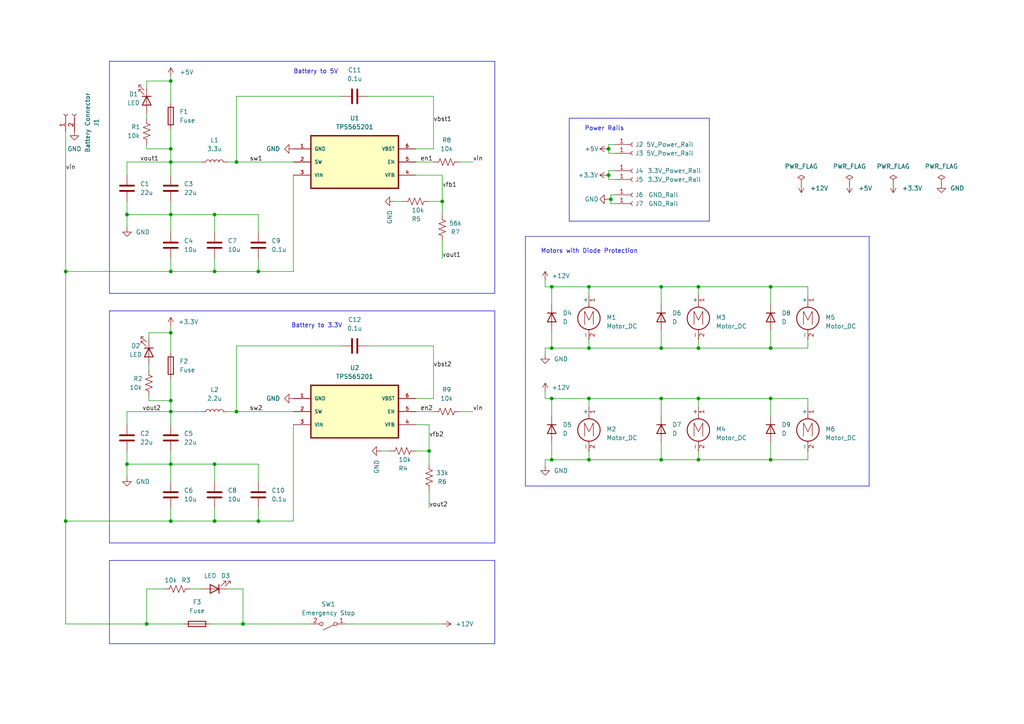
<source format=kicad_sch>
(kicad_sch (version 20211123) (generator eeschema)
  (paper "A4")
  (lib_symbols
    (symbol "Connector:Conn_01x01_Female" (pin_names (offset 1.016) hide)
      (property "Reference" "J" (at 0 2.54 0))
      (property "Value" "Conn_01x01_Female" (at 0 -2.54 0))
      (symbol "Conn_01x01_Female_1_1"
        (polyline (pts (xy -1.27 0) (xy -0.508 0)) (stroke (width 0.1524)))
        (arc (start 0 0.508) (mid -0.508 0) (end 0 -0.508) (stroke (width 0.1524)))
        (pin passive line (at -5.08 0 0) (length 3.81) (name "Pin_1") (number "1"))
      )
    )
    (symbol "Connector:Conn_01x02_Female" (pin_names (offset 1.016) hide)
      (property "Reference" "J" (at 0 2.54 0))
      (property "Value" "Conn_01x02_Female" (at 0 -5.08 0))
      (symbol "Conn_01x02_Female_1_1"
        (arc (start 0 -2.032) (mid -0.508 -2.54) (end 0 -3.048) (stroke (width 0.1524)))
        (polyline (pts (xy -1.27 -2.54) (xy -0.508 -2.54)) (stroke (width 0.1524)))
        (polyline (pts (xy -1.27 0) (xy -0.508 0)) (stroke (width 0.1524)))
        (arc (start 0 0.508) (mid -0.508 0) (end 0 -0.508) (stroke (width 0.1524)))
        (pin passive line (at -5.08 0 0) (length 3.81) (name "Pin_1") (number "1"))
        (pin passive line (at -5.08 -2.54 0) (length 3.81) (name "Pin_2") (number "2"))
      )
    )
    (symbol "Device:C" (pin_numbers hide) (pin_names (offset 0.254))
      (property "Reference" "C" (at 0.635 2.54 0))
      (property "Value" "C" (at 0.635 -2.54 0))
      (symbol "C_0_1"
        (polyline (pts (xy -2.032 -0.762) (xy 2.032 -0.762)) (stroke (width 0.508)))
        (polyline (pts (xy -2.032 0.762) (xy 2.032 0.762)) (stroke (width 0.508)))
      )
      (symbol "C_1_1"
        (pin passive line (at 0 3.81 270) (length 2.794) (name "~") (number "1"))
        (pin passive line (at 0 -3.81 90) (length 2.794) (name "~") (number "2"))
      )
    )
    (symbol "Device:D" (pin_numbers hide) (pin_names (offset 1.016) hide)
      (property "Reference" "D" (at 0 2.54 0))
      (property "Value" "D" (at 0 -2.54 0))
      (symbol "D_0_1"
        (polyline (pts (xy -1.27 1.27) (xy -1.27 -1.27)) (stroke (width 0.254)))
        (polyline (pts (xy 1.27 0) (xy -1.27 0)))
        (polyline (pts (xy 1.27 1.27) (xy 1.27 -1.27) (xy -1.27 0) (xy 1.27 1.27)) (stroke (width 0.254)))
      )
      (symbol "D_1_1"
        (pin passive line (at -3.81 0 0) (length 2.54) (name "K") (number "1"))
        (pin passive line (at 3.81 0 180) (length 2.54) (name "A") (number "2"))
      )
    )
    (symbol "Device:Fuse" (pin_numbers hide) (pin_names (offset 0))
      (property "Reference" "F" (at 2.032 0 90))
      (property "Value" "Fuse" (at -1.905 0 90))
      (symbol "Fuse_0_1"
        (rectangle (start -0.762 -2.54) (end 0.762 2.54) (stroke (width 0.254)))
        (polyline (pts (xy 0 2.54) (xy 0 -2.54)))
      )
      (symbol "Fuse_1_1"
        (pin passive line (at 0 3.81 270) (length 1.27) (name "~") (number "1"))
        (pin passive line (at 0 -3.81 90) (length 1.27) (name "~") (number "2"))
      )
    )
    (symbol "Device:L" (pin_numbers hide) (pin_names (offset 1.016) hide)
      (property "Reference" "L" (at -1.27 0 90))
      (property "Value" "L" (at 1.905 0 90))
      (symbol "L_0_1"
        (arc (start 0 -2.54) (mid 0.635 -1.905) (end 0 -1.27))
        (arc (start 0 -1.27) (mid 0.635 -0.635) (end 0 0))
        (arc (start 0 0) (mid 0.635 0.635) (end 0 1.27))
        (arc (start 0 1.27) (mid 0.635 1.905) (end 0 2.54))
      )
      (symbol "L_1_1"
        (pin passive line (at 0 3.81 270) (length 1.27) (name "1") (number "1"))
        (pin passive line (at 0 -3.81 90) (length 1.27) (name "2") (number "2"))
      )
    )
    (symbol "Device:LED" (pin_numbers hide) (pin_names (offset 1.016) hide)
      (property "Reference" "D" (at 0 2.54 0))
      (property "Value" "LED" (at 0 -2.54 0))
      (symbol "LED_0_1"
        (polyline (pts (xy -1.27 -1.27) (xy -1.27 1.27)) (stroke (width 0.254)))
        (polyline (pts (xy -1.27 0) (xy 1.27 0)))
        (polyline (pts (xy 1.27 -1.27) (xy 1.27 1.27) (xy -1.27 0) (xy 1.27 -1.27)) (stroke (width 0.254)))
        (polyline (pts (xy -3.048 -0.762) (xy -4.572 -2.286) (xy -3.81 -2.286) (xy -4.572 -2.286) (xy -4.572 -1.524)))
        (polyline (pts (xy -1.778 -0.762) (xy -3.302 -2.286) (xy -2.54 -2.286) (xy -3.302 -2.286) (xy -3.302 -1.524)))
      )
      (symbol "LED_1_1"
        (pin passive line (at -3.81 0 0) (length 2.54) (name "K") (number "1"))
        (pin passive line (at 3.81 0 180) (length 2.54) (name "A") (number "2"))
      )
    )
    (symbol "Device:R_US" (pin_numbers hide) (pin_names (offset 0))
      (property "Reference" "R" (at 2.54 0 90))
      (property "Value" "R_US" (at -2.54 0 90))
      (symbol "R_US_0_1"
        (polyline (pts (xy 0 -2.286) (xy 0 -2.54)))
        (polyline (pts (xy 0 2.286) (xy 0 2.54)))
        (polyline (pts (xy 0 -0.762) (xy 1.016 -1.143) (xy 0 -1.524) (xy -1.016 -1.905) (xy 0 -2.286)))
        (polyline (pts (xy 0 0.762) (xy 1.016 0.381) (xy 0 0) (xy -1.016 -0.381) (xy 0 -0.762)))
        (polyline (pts (xy 0 2.286) (xy 1.016 1.905) (xy 0 1.524) (xy -1.016 1.143) (xy 0 0.762)))
      )
      (symbol "R_US_1_1"
        (pin passive line (at 0 3.81 270) (length 1.27) (name "~") (number "1"))
        (pin passive line (at 0 -3.81 90) (length 1.27) (name "~") (number "2"))
      )
    )
    (symbol "Motor:Motor_DC" (pin_names (offset 0))
      (property "Reference" "M" (at 2.54 2.54 0))
      (property "Value" "Motor_DC" (at 2.54 -5.08 0))
      (symbol "Motor_DC_0_0"
        (polyline (pts (xy -1.27 -3.302) (xy -1.27 0.508) (xy 0 -2.032) (xy 1.27 0.508) (xy 1.27 -3.302)))
      )
      (symbol "Motor_DC_0_1"
        (circle (center 0 -1.524) (radius 3.2512) (stroke (width 0.254)))
        (polyline (pts (xy 0 -7.62) (xy 0 -7.112)))
        (polyline (pts (xy 0 -4.7752) (xy 0 -5.1816)))
        (polyline (pts (xy 0 1.7272) (xy 0 2.0828)))
        (polyline (pts (xy 0 2.032) (xy 0 2.54)))
      )
      (symbol "Motor_DC_1_1"
        (pin passive line (at 0 5.08 270) (length 2.54) (name "+") (number "1"))
        (pin passive line (at 0 -7.62 90) (length 2.54) (name "-") (number "2"))
      )
    )
    (symbol "Switch:SW_SPST" (pin_names (offset 0) hide)
      (property "Reference" "SW" (at 0 3.175 0))
      (property "Value" "SW_SPST" (at 0 -2.54 0))
      (symbol "SW_SPST_0_0"
        (circle (center -2.032 0) (radius 0.508))
        (polyline (pts (xy -1.524 0.254) (xy 1.524 1.778)))
        (circle (center 2.032 0) (radius 0.508))
      )
      (symbol "SW_SPST_1_1"
        (pin passive line (at -5.08 0 0) (length 2.54) (name "A") (number "1"))
        (pin passive line (at 5.08 0 180) (length 2.54) (name "B") (number "2"))
      )
    )
    (symbol "TPS565201DDCR:TPS565201" (pin_names (offset 1.016))
      (property "Reference" "U?" (at -12.7 11.1506 0))
      (property "Value" "TPS565201" (at -5.08 -8.89 0))
      (symbol "TPS565201_0_0"
        (rectangle (start -12.7 10.16) (end 12.7 -5.08) (stroke (width 0.4064)) (fill (type background)))
        (pin power_in line (at -17.78 6.35 0) (length 5.08) (name "GND") (number "1"))
        (pin bidirectional line (at -17.78 2.54 0) (length 5.08) (name "SW") (number "2"))
        (pin bidirectional line (at -17.78 -1.27 0) (length 5.08) (name "VIN") (number "3"))
        (pin bidirectional line (at 17.78 -1.27 180) (length 5.08) (name "VFB") (number "4"))
        (pin bidirectional line (at 17.78 2.54 180) (length 5.08) (name "EN") (number "5"))
        (pin bidirectional line (at 17.78 6.35 180) (length 5.08) (name "VBST") (number "6"))
      )
    )
    (symbol "power:+12V" (power) (pin_names (offset 0))
      (property "Value" "+12V" (at 0 3.556 0))
      (symbol "+12V_0_1"
        (polyline (pts (xy -0.762 1.27) (xy 0 2.54)))
        (polyline (pts (xy 0 0) (xy 0 2.54)))
        (polyline (pts (xy 0 2.54) (xy 0.762 1.27)))
      )
      (symbol "+12V_1_1"
        (pin power_in line (at 0 0 90) (length 0) hide (name "+12V") (number "1"))
      )
    )
    (symbol "power:+3.3V" (power) (pin_names (offset 0))
      (property "Value" "+3.3V" (at 0 3.556 0))
      (symbol "+3.3V_0_1"
        (polyline (pts (xy -0.762 1.27) (xy 0 2.54)))
        (polyline (pts (xy 0 0) (xy 0 2.54)))
        (polyline (pts (xy 0 2.54) (xy 0.762 1.27)))
      )
      (symbol "+3.3V_1_1"
        (pin power_in line (at 0 0 90) (length 0) hide (name "+3.3V") (number "1"))
      )
    )
    (symbol "power:+5V" (power) (pin_names (offset 0))
      (property "Value" "+5V" (at 0 3.556 0))
      (symbol "+5V_0_1"
        (polyline (pts (xy -0.762 1.27) (xy 0 2.54)))
        (polyline (pts (xy 0 0) (xy 0 2.54)))
        (polyline (pts (xy 0 2.54) (xy 0.762 1.27)))
      )
      (symbol "+5V_1_1"
        (pin power_in line (at 0 0 90) (length 0) hide (name "+5V") (number "1"))
      )
    )
    (symbol "power:GND" (power) (pin_names (offset 0))
      (property "Value" "GND" (at 0 -3.81 0))
      (symbol "GND_0_1"
        (polyline (pts (xy 0 0) (xy 0 -1.27) (xy 1.27 -1.27) (xy 0 -2.54) (xy -1.27 -1.27) (xy 0 -1.27)))
      )
      (symbol "GND_1_1"
        (pin power_in line (at 0 0 270) (length 0) hide (name "GND") (number "1"))
      )
    )
    (symbol "power:PWR_FLAG" (power) (pin_numbers hide) (pin_names (offset 0) hide)
      (property "Value" "PWR_FLAG" (at 0 3.81 0))
      (symbol "PWR_FLAG_0_0"
        (pin power_out line (at 0 0 90) (length 0) (name "pwr") (number "1"))
      )
      (symbol "PWR_FLAG_0_1"
        (polyline (pts (xy 0 0) (xy 0 1.27) (xy -1.016 1.905) (xy 0 2.54) (xy 1.016 1.905) (xy 0 1.27)))
      )
    )
  )
  (junction (at 74.93 78.74))
  (junction (at 74.93 151.13))
  (junction (at 223.52 133.35))
  (junction (at 170.815 83.185))
  (junction (at 36.83 62.23))
  (junction (at 49.53 46.99))
  (junction (at 62.23 151.13))
  (junction (at 177.165 57.785))
  (junction (at 62.23 62.23))
  (junction (at 170.815 115.57))
  (junction (at 191.77 100.965))
  (junction (at 49.53 119.38))
  (junction (at 223.52 100.965))
  (junction (at 124.46 130.81))
  (junction (at 202.565 83.185))
  (junction (at 42.545 180.975))
  (junction (at 223.52 83.185))
  (junction (at 62.23 134.62))
  (junction (at 223.52 115.57))
  (junction (at 170.815 100.965))
  (junction (at 202.565 100.965))
  (junction (at 191.77 133.35))
  (junction (at 191.77 115.57))
  (junction (at 170.815 133.35))
  (junction (at 49.53 96.52))
  (junction (at 176.53 50.8))
  (junction (at 49.53 43.18))
  (junction (at 36.83 134.62))
  (junction (at 191.77 83.185))
  (junction (at 128.27 58.42))
  (junction (at 49.53 23.495))
  (junction (at 49.53 78.74))
  (junction (at 160.02 133.35))
  (junction (at 160.02 83.185))
  (junction (at 160.02 115.57))
  (junction (at 176.53 43.18))
  (junction (at 202.565 115.57))
  (junction (at 49.53 62.23))
  (junction (at 68.58 46.99))
  (junction (at 49.53 116.205))
  (junction (at 19.05 151.13))
  (junction (at 68.58 119.38))
  (junction (at 160.02 100.965))
  (junction (at 62.23 78.74))
  (junction (at 19.05 78.74))
  (junction (at 202.565 133.35))
  (junction (at 49.53 151.13))
  (junction (at 70.485 180.975))
  (junction (at 49.53 134.62))
  (wire (pts (xy 176.53 49.53) (xy 176.53 50.8)))
  (polyline (pts (xy 205.74 64.135) (xy 165.1 64.135)) (stroke (width 0) (type solid)))
  (wire (pts (xy 66.04 46.99) (xy 68.58 46.99)))
  (wire (pts (xy 42.545 25.4) (xy 42.545 23.495)))
  (polyline (pts (xy 205.74 34.29) (xy 205.74 64.135)) (stroke (width 0) (type solid)))
  (wire (pts (xy 158.115 100.965) (xy 160.02 100.965)))
  (wire (pts (xy 55.245 170.815) (xy 58.42 170.815)))
  (wire (pts (xy 158.115 102.87) (xy 158.115 100.965)))
  (wire (pts (xy 125.73 43.18) (xy 120.65 43.18)))
  (wire (pts (xy 85.09 78.74) (xy 74.93 78.74)))
  (wire (pts (xy 36.83 46.99) (xy 49.53 46.99)))
  (wire (pts (xy 120.65 46.99) (xy 125.73 46.99)))
  (wire (pts (xy 124.46 130.81) (xy 124.46 134.62)))
  (wire (pts (xy 49.53 62.23) (xy 49.53 58.42)))
  (wire (pts (xy 43.18 116.205) (xy 49.53 116.205)))
  (wire (pts (xy 133.35 119.38) (xy 137.16 119.38)))
  (polyline (pts (xy 252.095 140.97) (xy 152.4 140.97)) (stroke (width 0) (type solid)))
  (wire (pts (xy 49.53 94.615) (xy 49.53 96.52)))
  (wire (pts (xy 42.545 34.29) (xy 42.545 33.02)))
  (wire (pts (xy 124.46 142.24) (xy 124.46 147.32)))
  (wire (pts (xy 49.53 96.52) (xy 49.53 102.235)))
  (wire (pts (xy 170.815 98.425) (xy 170.815 100.965)))
  (wire (pts (xy 124.46 123.19) (xy 124.46 130.81)))
  (wire (pts (xy 178.435 59.055) (xy 177.165 59.055)))
  (wire (pts (xy 19.05 38.1) (xy 19.05 78.74)))
  (wire (pts (xy 19.05 78.74) (xy 49.53 78.74)))
  (polyline (pts (xy 31.75 162.56) (xy 31.75 186.69)) (stroke (width 0) (type solid)))
  (wire (pts (xy 202.565 83.185) (xy 202.565 85.725)))
  (wire (pts (xy 160.02 88.265) (xy 160.02 83.185)))
  (wire (pts (xy 191.77 95.885) (xy 191.77 100.965)))
  (polyline (pts (xy 31.75 186.69) (xy 143.51 186.69)) (stroke (width 0) (type solid)))
  (polyline (pts (xy 143.51 17.78) (xy 31.75 17.78)) (stroke (width 0) (type solid)))
  (wire (pts (xy 223.52 128.27) (xy 223.52 133.35)))
  (wire (pts (xy 62.23 78.74) (xy 74.93 78.74)))
  (wire (pts (xy 19.05 78.74) (xy 19.05 151.13)))
  (wire (pts (xy 234.315 98.425) (xy 234.315 100.965)))
  (wire (pts (xy 62.23 139.7) (xy 62.23 134.62)))
  (wire (pts (xy 234.315 130.81) (xy 234.315 133.35)))
  (wire (pts (xy 202.565 130.81) (xy 202.565 133.35)))
  (wire (pts (xy 170.815 83.185) (xy 191.77 83.185)))
  (wire (pts (xy 99.06 27.94) (xy 68.58 27.94)))
  (wire (pts (xy 128.27 50.8) (xy 128.27 58.42)))
  (wire (pts (xy 176.53 44.45) (xy 176.53 43.18)))
  (wire (pts (xy 202.565 83.185) (xy 223.52 83.185)))
  (wire (pts (xy 36.83 134.62) (xy 36.83 138.43)))
  (wire (pts (xy 160.02 128.27) (xy 160.02 133.35)))
  (wire (pts (xy 223.52 100.965) (xy 234.315 100.965)))
  (wire (pts (xy 49.53 147.32) (xy 49.53 151.13)))
  (wire (pts (xy 85.09 50.8) (xy 85.09 78.74)))
  (wire (pts (xy 60.96 180.975) (xy 70.485 180.975)))
  (wire (pts (xy 113.03 130.81) (xy 110.49 130.81)))
  (wire (pts (xy 202.565 133.35) (xy 223.52 133.35)))
  (wire (pts (xy 36.83 134.62) (xy 49.53 134.62)))
  (wire (pts (xy 176.53 50.8) (xy 176.53 52.07)))
  (wire (pts (xy 58.42 119.38) (xy 49.53 119.38)))
  (wire (pts (xy 70.485 180.975) (xy 90.17 180.975)))
  (wire (pts (xy 43.18 114.935) (xy 43.18 116.205)))
  (wire (pts (xy 62.23 151.13) (xy 74.93 151.13)))
  (wire (pts (xy 74.93 67.31) (xy 74.93 62.23)))
  (wire (pts (xy 49.53 78.74) (xy 62.23 78.74)))
  (wire (pts (xy 125.73 115.57) (xy 120.65 115.57)))
  (wire (pts (xy 160.02 83.185) (xy 170.815 83.185)))
  (wire (pts (xy 125.73 27.94) (xy 125.73 43.18)))
  (wire (pts (xy 191.77 120.65) (xy 191.77 115.57)))
  (wire (pts (xy 42.545 43.18) (xy 49.53 43.18)))
  (wire (pts (xy 49.53 23.495) (xy 49.53 29.845)))
  (wire (pts (xy 128.27 69.85) (xy 128.27 74.93)))
  (wire (pts (xy 120.65 123.19) (xy 124.46 123.19)))
  (polyline (pts (xy 152.4 68.58) (xy 252.095 68.58)) (stroke (width 0) (type solid)))
  (wire (pts (xy 19.05 151.13) (xy 19.05 180.975)))
  (polyline (pts (xy 165.1 34.29) (xy 205.74 34.29)) (stroke (width 0) (type solid)))
  (wire (pts (xy 170.815 133.35) (xy 191.77 133.35)))
  (wire (pts (xy 178.435 49.53) (xy 176.53 49.53)))
  (wire (pts (xy 178.435 52.07) (xy 176.53 52.07)))
  (wire (pts (xy 158.115 83.185) (xy 160.02 83.185)))
  (wire (pts (xy 68.58 119.38) (xy 85.09 119.38)))
  (wire (pts (xy 42.545 41.91) (xy 42.545 43.18)))
  (wire (pts (xy 85.09 151.13) (xy 74.93 151.13)))
  (polyline (pts (xy 31.75 17.78) (xy 31.75 85.09)) (stroke (width 0) (type solid)))
  (wire (pts (xy 42.545 180.975) (xy 19.05 180.975)))
  (wire (pts (xy 68.58 27.94) (xy 68.58 46.99)))
  (wire (pts (xy 74.93 62.23) (xy 62.23 62.23)))
  (wire (pts (xy 49.53 62.23) (xy 62.23 62.23)))
  (wire (pts (xy 36.83 58.42) (xy 36.83 62.23)))
  (wire (pts (xy 176.53 57.785) (xy 177.165 57.785)))
  (wire (pts (xy 62.23 147.32) (xy 62.23 151.13)))
  (wire (pts (xy 47.625 170.815) (xy 42.545 170.815)))
  (wire (pts (xy 49.53 134.62) (xy 62.23 134.62)))
  (wire (pts (xy 128.27 58.42) (xy 128.27 62.23)))
  (wire (pts (xy 170.815 115.57) (xy 191.77 115.57)))
  (wire (pts (xy 178.435 56.515) (xy 177.165 56.515)))
  (wire (pts (xy 70.485 170.815) (xy 70.485 180.975)))
  (wire (pts (xy 170.815 130.81) (xy 170.815 133.35)))
  (wire (pts (xy 191.77 100.965) (xy 202.565 100.965)))
  (wire (pts (xy 106.68 100.33) (xy 125.73 100.33)))
  (wire (pts (xy 66.04 119.38) (xy 68.58 119.38)))
  (wire (pts (xy 68.58 100.33) (xy 68.58 119.38)))
  (wire (pts (xy 191.77 128.27) (xy 191.77 133.35)))
  (wire (pts (xy 120.65 50.8) (xy 128.27 50.8)))
  (wire (pts (xy 74.93 139.7) (xy 74.93 134.62)))
  (wire (pts (xy 49.53 109.855) (xy 49.53 116.205)))
  (wire (pts (xy 202.565 98.425) (xy 202.565 100.965)))
  (wire (pts (xy 49.53 37.465) (xy 49.53 43.18)))
  (wire (pts (xy 223.52 83.185) (xy 234.315 83.185)))
  (wire (pts (xy 177.165 56.515) (xy 177.165 57.785)))
  (wire (pts (xy 49.53 62.23) (xy 49.53 67.31)))
  (wire (pts (xy 191.77 83.185) (xy 202.565 83.185)))
  (polyline (pts (xy 143.51 85.09) (xy 143.51 17.78)) (stroke (width 0) (type solid)))
  (wire (pts (xy 170.815 83.185) (xy 170.815 85.725)))
  (wire (pts (xy 170.815 115.57) (xy 170.815 118.11)))
  (polyline (pts (xy 143.51 90.17) (xy 31.75 90.17)) (stroke (width 0) (type solid)))
  (wire (pts (xy 68.58 46.99) (xy 85.09 46.99)))
  (wire (pts (xy 85.09 123.19) (xy 85.09 151.13)))
  (wire (pts (xy 42.545 23.495) (xy 49.53 23.495)))
  (wire (pts (xy 49.53 134.62) (xy 49.53 130.81)))
  (wire (pts (xy 223.52 95.885) (xy 223.52 100.965)))
  (wire (pts (xy 202.565 100.965) (xy 223.52 100.965)))
  (wire (pts (xy 160.02 100.965) (xy 170.815 100.965)))
  (wire (pts (xy 234.315 115.57) (xy 234.315 118.11)))
  (wire (pts (xy 234.315 83.185) (xy 234.315 85.725)))
  (wire (pts (xy 223.52 133.35) (xy 234.315 133.35)))
  (wire (pts (xy 106.68 27.94) (xy 125.73 27.94)))
  (wire (pts (xy 99.06 100.33) (xy 68.58 100.33)))
  (wire (pts (xy 191.77 133.35) (xy 202.565 133.35)))
  (wire (pts (xy 36.83 62.23) (xy 49.53 62.23)))
  (wire (pts (xy 158.115 133.35) (xy 160.02 133.35)))
  (polyline (pts (xy 31.75 157.48) (xy 143.51 157.48)) (stroke (width 0) (type solid)))
  (wire (pts (xy 49.53 22.225) (xy 49.53 23.495)))
  (wire (pts (xy 66.04 170.815) (xy 70.485 170.815)))
  (wire (pts (xy 42.545 170.815) (xy 42.545 180.975)))
  (wire (pts (xy 158.115 135.255) (xy 158.115 133.35)))
  (wire (pts (xy 36.83 130.81) (xy 36.83 134.62)))
  (wire (pts (xy 133.35 46.99) (xy 137.16 46.99)))
  (wire (pts (xy 160.02 133.35) (xy 170.815 133.35)))
  (wire (pts (xy 43.18 96.52) (xy 49.53 96.52)))
  (wire (pts (xy 36.83 62.23) (xy 36.83 66.04)))
  (wire (pts (xy 114.3 58.42) (xy 116.84 58.42)))
  (wire (pts (xy 43.18 98.425) (xy 43.18 96.52)))
  (wire (pts (xy 19.05 151.13) (xy 49.53 151.13)))
  (wire (pts (xy 120.65 119.38) (xy 125.73 119.38)))
  (wire (pts (xy 158.115 115.57) (xy 160.02 115.57)))
  (wire (pts (xy 160.02 120.65) (xy 160.02 115.57)))
  (wire (pts (xy 125.73 100.33) (xy 125.73 115.57)))
  (wire (pts (xy 158.115 113.665) (xy 158.115 115.57)))
  (wire (pts (xy 176.53 43.18) (xy 176.53 41.91)))
  (wire (pts (xy 223.52 120.65) (xy 223.52 115.57)))
  (wire (pts (xy 191.77 88.265) (xy 191.77 83.185)))
  (wire (pts (xy 160.02 95.885) (xy 160.02 100.965)))
  (polyline (pts (xy 143.51 157.48) (xy 143.51 90.17)) (stroke (width 0) (type solid)))
  (wire (pts (xy 43.18 107.315) (xy 43.18 106.045)))
  (wire (pts (xy 58.42 46.99) (xy 49.53 46.99)))
  (polyline (pts (xy 31.75 90.17) (xy 31.75 157.48)) (stroke (width 0) (type solid)))
  (wire (pts (xy 49.53 151.13) (xy 62.23 151.13)))
  (wire (pts (xy 49.53 46.99) (xy 49.53 50.8)))
  (polyline (pts (xy 31.75 85.09) (xy 143.51 85.09)) (stroke (width 0) (type solid)))
  (wire (pts (xy 36.83 119.38) (xy 49.53 119.38)))
  (wire (pts (xy 223.52 88.265) (xy 223.52 83.185)))
  (wire (pts (xy 49.53 116.205) (xy 49.53 119.38)))
  (wire (pts (xy 177.165 57.785) (xy 177.165 59.055)))
  (wire (pts (xy 62.23 74.93) (xy 62.23 78.74)))
  (polyline (pts (xy 165.1 34.29) (xy 165.1 64.135)) (stroke (width 0) (type solid)))
  (wire (pts (xy 202.565 115.57) (xy 223.52 115.57)))
  (wire (pts (xy 62.23 67.31) (xy 62.23 62.23)))
  (wire (pts (xy 49.53 43.18) (xy 49.53 46.99)))
  (wire (pts (xy 170.815 100.965) (xy 191.77 100.965)))
  (wire (pts (xy 223.52 115.57) (xy 234.315 115.57)))
  (polyline (pts (xy 252.095 68.58) (xy 252.095 140.97)) (stroke (width 0) (type solid)))
  (wire (pts (xy 158.115 81.28) (xy 158.115 83.185)))
  (wire (pts (xy 53.34 180.975) (xy 42.545 180.975)))
  (polyline (pts (xy 143.51 186.69) (xy 143.51 162.56)) (stroke (width 0) (type solid)))
  (wire (pts (xy 128.27 58.42) (xy 124.46 58.42)))
  (wire (pts (xy 74.93 134.62) (xy 62.23 134.62)))
  (wire (pts (xy 160.02 115.57) (xy 170.815 115.57)))
  (polyline (pts (xy 143.51 162.56) (xy 31.75 162.56)) (stroke (width 0) (type solid)))
  (wire (pts (xy 178.435 44.45) (xy 176.53 44.45)))
  (wire (pts (xy 191.77 115.57) (xy 202.565 115.57)))
  (wire (pts (xy 202.565 115.57) (xy 202.565 118.11)))
  (wire (pts (xy 36.83 119.38) (xy 36.83 123.19)))
  (wire (pts (xy 49.53 134.62) (xy 49.53 139.7)))
  (wire (pts (xy 74.93 151.13) (xy 74.93 147.32)))
  (wire (pts (xy 124.46 130.81) (xy 120.65 130.81)))
  (wire (pts (xy 178.435 41.91) (xy 176.53 41.91)))
  (wire (pts (xy 49.53 74.93) (xy 49.53 78.74)))
  (wire (pts (xy 100.33 180.975) (xy 128.27 180.975)))
  (wire (pts (xy 74.93 78.74) (xy 74.93 74.93)))
  (wire (pts (xy 36.83 46.99) (xy 36.83 50.8)))
  (wire (pts (xy 49.53 119.38) (xy 49.53 123.19)))
  (polyline (pts (xy 152.4 68.58) (xy 152.4 140.97)) (stroke (width 0) (type solid)))
  (text "Motors with Diode Protection" (at 156.845 73.66 0) (effects (font (size 1.27 1.27)) (justify left bottom)))
  (text "Battery to 5V" (at 85.09 21.59 0) (effects (font (size 1.27 1.27)) (justify left bottom)))
  (text "Battery to 3.3V" (at 84.455 95.25 0) (effects (font (size 1.27 1.27)) (justify left bottom)))
  (text "Power Rails" (at 169.545 38.1 0) (effects (font (size 1.27 1.27)) (justify left bottom)))
  (label "sw1" (at 72.39 46.99 0))
  (label "vout1" (at 40.64 46.99 0))
  (label "vout2" (at 124.46 147.32 0))
  (label "sw2" (at 72.39 119.38 0))
  (label "vbst1" (at 125.73 35.56 0))
  (label "vout2" (at 41.275 119.38 0))
  (label "en1" (at 121.92 46.99 0))
  (label "vbst2" (at 125.73 106.68 0))
  (label "vin" (at 19.05 49.53 0))
  (label "vin" (at 137.16 46.99 0))
  (label "vfb2" (at 124.46 127 0))
  (label "en2" (at 121.92 119.38 0))
  (label "vin" (at 137.16 119.38 0))
  (label "vfb1" (at 128.27 54.61 0))
  (label "vout1" (at 128.27 74.93 0))
  (symbol (lib_id "Device:L") (at 62.23 119.38 90) (unit 1)
    (property "Reference" "L2" (at 62.23 113.03 90))
    (property "Value" "2.2u" (at 62.23 115.57 90))
    (property "Footprint" "Resistor_SMD:R_1206_3216Metric_Pad1.30x1.75mm_HandSolder" (effects hide))
  )
  (symbol (lib_id "power:GND") (at 158.115 102.87 0) (unit 1)
    (property "Reference" "#PWR012" (effects hide))
    (property "Value" "GND" (at 160.655 104.1399 0) (effects (justify left)))
  )
  (symbol (lib_id "power:GND") (at 158.115 135.255 0) (unit 1)
    (property "Reference" "#PWR014" (effects hide))
    (property "Value" "GND" (at 160.655 136.5249 0) (effects (justify left)))
  )
  (symbol (lib_id "power:PWR_FLAG") (at 259.08 53.34 0) (unit 1)
    (property "Reference" "#FLG03" (effects hide))
    (property "Value" "PWR_FLAG" (at 259.08 48.26 0))
  )
  (symbol (lib_id "Device:C") (at 74.93 143.51 0) (unit 1)
    (property "Reference" "C10" (at 78.74 142.2399 0) (effects (justify left)))
    (property "Value" "0.1u" (at 78.74 144.7799 0) (effects (justify left)))
    (property "Footprint" "Capacitor_SMD:C_1206_3216Metric_Pad1.33x1.80mm_HandSolder" (effects hide))
  )
  (symbol (lib_id "Motor:Motor_DC") (at 202.565 90.805 0) (unit 1)
    (property "Reference" "M3" (at 207.645 92.0749 0) (effects (justify left)))
    (property "Value" "Motor_DC" (at 207.645 94.6149 0) (effects (justify left)))
    (property "Footprint" "Power_Dist:Molex_Screw_Term_0397730002" (effects hide))
  )
  (symbol (lib_id "Device:C") (at 49.53 54.61 0) (unit 1)
    (property "Reference" "C3" (at 53.34 53.3399 0) (effects (justify left)))
    (property "Value" "22u" (at 53.34 55.8799 0) (effects (justify left)))
    (property "Footprint" "Capacitor_SMD:C_1206_3216Metric_Pad1.33x1.80mm_HandSolder" (effects hide))
  )
  (symbol (lib_id "power:GND") (at 21.59 38.1 0) (unit 1)
    (property "Reference" "#PWR01" (effects hide))
    (property "Value" "GND" (at 21.59 43.18 0))
  )
  (symbol (lib_id "Device:LED") (at 62.23 170.815 180) (unit 1)
    (property "Reference" "D3" (at 65.405 167.005 0))
    (property "Value" "LED" (at 60.96 167.005 0))
    (property "Footprint" "LED_SMD:LED_1206_3216Metric_Pad1.42x1.75mm_HandSolder" (effects hide))
  )
  (symbol (lib_id "power:+3.3V") (at 176.53 50.8 90) (unit 1)
    (property "Reference" "#PWR016" (effects hide))
    (property "Value" "+3.3V" (at 167.64 50.8 90) (effects (justify right)))
  )
  (symbol (lib_id "Device:D") (at 160.02 92.075 270) (unit 1)
    (property "Reference" "D4" (at 163.195 90.8049 90) (effects (justify left)))
    (property "Value" "D" (at 163.195 93.3449 90) (effects (justify left)))
    (property "Footprint" "RB070MM:DIO_RB051MM_ROM-M" (effects hide))
  )
  (symbol (lib_id "TPS565201DDCR:TPS565201") (at 102.87 49.53 0) (unit 1)
    (property "Reference" "U1" (at 102.87 34.29 0))
    (property "Value" "TPS565201" (at 102.87 36.83 0))
    (property "Footprint" "Power_Dist:TPS565201" (effects hide))
    (property "Datasheet" "https://www.ti.com/lit/ds/symlink/tps565201.pdf?ts=1697988111953" (effects hide))
  )
  (symbol (lib_id "Device:LED") (at 43.18 102.235 270) (unit 1)
    (property "Reference" "D2" (at 39.37 100.33 90))
    (property "Value" "LED" (at 39.37 102.87 90))
    (property "Footprint" "LED_SMD:LED_1206_3216Metric_Pad1.42x1.75mm_HandSolder" (effects hide))
  )
  (symbol (lib_id "Device:Fuse") (at 49.53 33.655 0) (unit 1)
    (property "Reference" "F1" (at 52.07 32.3849 0) (effects (justify left)))
    (property "Value" "Fuse" (at 52.07 34.9249 0) (effects (justify left)))
    (property "Footprint" "Fuse:Fuse_1206_3216Metric_Pad1.42x1.75mm_HandSolder" (effects hide))
  )
  (symbol (lib_id "Connector:Conn_01x02_Female") (at 19.05 33.02 90) (unit 1)
    (property "Reference" "J1" (at 27.94 35.56 0))
    (property "Value" "Battery Connector" (at 25.4 35.56 0))
    (property "Footprint" "Power_Dist:Molex_Screw_Term_0397730002" (effects hide))
  )
  (symbol (lib_id "Connector:Conn_01x01_Female") (at 183.515 52.07 0) (unit 1)
    (property "Reference" "J5" (at 185.42 52.07 0))
    (property "Value" "3.3V_Power_Rail" (at 195.58 52.07 0))
    (property "Footprint" "Power_Dist:Pwr_Rail_Conn_Custom" (effects hide))
  )
  (symbol (lib_id "Motor:Motor_DC") (at 170.815 123.19 0) (unit 1)
    (property "Reference" "M2" (at 175.895 124.4599 0) (effects (justify left)))
    (property "Value" "Motor_DC" (at 175.895 126.9999 0) (effects (justify left)))
    (property "Footprint" "Power_Dist:Molex_Screw_Term_0397730002" (effects hide))
  )
  (symbol (lib_id "Device:C") (at 49.53 127 0) (unit 1)
    (property "Reference" "C5" (at 53.34 125.7299 0) (effects (justify left)))
    (property "Value" "22u" (at 53.34 128.2699 0) (effects (justify left)))
    (property "Footprint" "Capacitor_SMD:C_1206_3216Metric_Pad1.33x1.80mm_HandSolder" (effects hide))
  )
  (symbol (lib_id "power:+3.3V") (at 49.53 94.615 0) (unit 1)
    (property "Reference" "#PWR05" (effects hide))
    (property "Value" "+3.3V" (at 54.61 93.345 0))
  )
  (symbol (lib_id "Device:Fuse") (at 49.53 106.045 0) (unit 1)
    (property "Reference" "F2" (at 52.07 104.7749 0) (effects (justify left)))
    (property "Value" "Fuse" (at 52.07 107.3149 0) (effects (justify left)))
    (property "Footprint" "Fuse:Fuse_1206_3216Metric_Pad1.42x1.75mm_HandSolder" (effects hide))
  )
  (symbol (lib_id "power:GND") (at 85.09 43.18 270) (unit 1)
    (property "Reference" "#PWR06" (effects hide))
    (property "Value" "GND" (at 81.28 43.1799 90) (effects (justify right)))
  )
  (symbol (lib_id "Device:C") (at 102.87 100.33 90) (unit 1)
    (property "Reference" "C12" (at 102.87 92.71 90))
    (property "Value" "0.1u" (at 102.87 95.25 90))
    (property "Footprint" "Capacitor_SMD:C_1206_3216Metric_Pad1.33x1.80mm_HandSolder" (effects hide))
  )
  (symbol (lib_id "TPS565201DDCR:TPS565201") (at 102.87 121.92 0) (unit 1)
    (property "Reference" "U2" (at 102.87 106.68 0))
    (property "Value" "TPS565201" (at 102.87 109.22 0))
    (property "Footprint" "Power_Dist:TPS565201" (effects hide))
    (property "Datasheet" "https://www.ti.com/lit/ds/symlink/tps565201.pdf?ts=1697988111953" (effects hide))
  )
  (symbol (lib_id "Device:C") (at 62.23 71.12 0) (unit 1)
    (property "Reference" "C7" (at 66.04 69.8499 0) (effects (justify left)))
    (property "Value" "10u" (at 66.04 72.3899 0) (effects (justify left)))
    (property "Footprint" "Capacitor_SMD:C_1206_3216Metric_Pad1.33x1.80mm_HandSolder" (effects hide))
  )
  (symbol (lib_id "Connector:Conn_01x01_Female") (at 183.515 49.53 0) (unit 1)
    (property "Reference" "J4" (at 185.42 49.53 0))
    (property "Value" "3.3V_Power_Rail" (at 195.58 49.53 0))
    (property "Footprint" "Power_Dist:Pwr_Rail_Conn_Custom" (effects hide))
  )
  (symbol (lib_id "Device:D") (at 223.52 92.075 270) (unit 1)
    (property "Reference" "D8" (at 226.695 90.8049 90) (effects (justify left)))
    (property "Value" "D" (at 226.695 93.3449 90) (effects (justify left)))
    (property "Footprint" "RB070MM:DIO_RB051MM_ROM-M" (effects hide))
  )
  (symbol (lib_id "power:+12V") (at 158.115 81.28 0) (unit 1)
    (property "Reference" "#PWR011" (effects hide))
    (property "Value" "+12V" (at 160.02 80.0099 0) (effects (justify left)))
  )
  (symbol (lib_id "Device:C") (at 36.83 127 0) (unit 1)
    (property "Reference" "C2" (at 40.64 125.7299 0) (effects (justify left)))
    (property "Value" "22u" (at 40.64 128.2699 0) (effects (justify left)))
    (property "Footprint" "Capacitor_SMD:C_1206_3216Metric_Pad1.33x1.80mm_HandSolder" (effects hide))
  )
  (symbol (lib_id "power:GND") (at 176.53 57.785 270) (unit 1)
    (property "Reference" "#PWR017" (effects hide))
    (property "Value" "GND" (at 169.545 57.785 90) (effects (justify left)))
  )
  (symbol (lib_id "Switch:SW_SPST") (at 95.25 180.975 180) (unit 1)
    (property "Reference" "SW1" (at 95.25 175.26 0))
    (property "Value" "Emergency Stop" (at 95.25 177.8 0))
    (property "Footprint" "Power_Dist:Molex_Screw_Term_0397730002" (effects hide))
  )
  (symbol (lib_id "power:+5V") (at 176.53 43.18 90) (unit 1)
    (property "Reference" "#PWR015" (effects hide))
    (property "Value" "+5V" (at 169.545 43.18 90) (effects (justify right)))
  )
  (symbol (lib_id "Connector:Conn_01x01_Female") (at 183.515 44.45 0) (unit 1)
    (property "Reference" "J3" (at 185.42 44.45 0))
    (property "Value" "5V_Power_Rail" (at 194.31 44.45 0))
    (property "Footprint" "Power_Dist:Pwr_Rail_Conn_Custom" (effects hide))
  )
  (symbol (lib_id "Motor:Motor_DC") (at 202.565 123.19 0) (unit 1)
    (property "Reference" "M4" (at 207.645 124.4599 0) (effects (justify left)))
    (property "Value" "Motor_DC" (at 207.645 126.9999 0) (effects (justify left)))
    (property "Footprint" "Power_Dist:Molex_Screw_Term_0397730002" (effects hide))
  )
  (symbol (lib_id "power:GND") (at 114.3 58.42 270) (unit 1)
    (property "Reference" "#PWR09" (effects hide))
    (property "Value" "GND" (at 113.0301 60.96 0) (effects (justify left)))
  )
  (symbol (lib_id "power:+5V") (at 246.38 53.34 180) (unit 1)
    (property "Reference" "#PWR019" (effects hide))
    (property "Value" "+5V" (at 248.92 54.6099 0) (effects (justify right)))
  )
  (symbol (lib_id "Device:R_US") (at 120.65 58.42 90) (unit 1)
    (property "Reference" "R5" (at 119.38 63.5 90) (effects (justify right)))
    (property "Value" "10k" (at 119.3801 60.96 90) (effects (justify right)))
    (property "Footprint" "Resistor_SMD:R_1206_3216Metric_Pad1.30x1.75mm_HandSolder" (effects hide))
  )
  (symbol (lib_id "power:+12V") (at 232.41 53.34 180) (unit 1)
    (property "Reference" "#PWR018" (effects hide))
    (property "Value" "+12V" (at 234.95 54.6099 0) (effects (justify right)))
  )
  (symbol (lib_id "Device:D") (at 160.02 124.46 270) (unit 1)
    (property "Reference" "D5" (at 163.195 123.1899 90) (effects (justify left)))
    (property "Value" "D" (at 163.195 125.7299 90) (effects (justify left)))
    (property "Footprint" "RB070MM:DIO_RB051MM_ROM-M" (effects hide))
  )
  (symbol (lib_id "Device:Fuse") (at 57.15 180.975 90) (unit 1)
    (property "Reference" "F3" (at 57.15 174.625 90))
    (property "Value" "Fuse" (at 57.15 177.165 90))
    (property "Footprint" "Fuse:Fuse_1206_3216Metric_Pad1.42x1.75mm_HandSolder" (effects hide))
  )
  (symbol (lib_id "Device:C") (at 62.23 143.51 0) (unit 1)
    (property "Reference" "C8" (at 66.04 142.2399 0) (effects (justify left)))
    (property "Value" "10u" (at 66.04 144.7799 0) (effects (justify left)))
    (property "Footprint" "Capacitor_SMD:C_1206_3216Metric_Pad1.33x1.80mm_HandSolder" (effects hide))
  )
  (symbol (lib_id "Device:D") (at 223.52 124.46 270) (unit 1)
    (property "Reference" "D9" (at 226.695 123.1899 90) (effects (justify left)))
    (property "Value" "D" (at 226.695 125.7299 90) (effects (justify left)))
    (property "Footprint" "RB070MM:DIO_RB051MM_ROM-M" (effects hide))
  )
  (symbol (lib_id "power:PWR_FLAG") (at 232.41 53.34 0) (unit 1)
    (property "Reference" "#FLG01" (effects hide))
    (property "Value" "PWR_FLAG" (at 232.41 48.26 0))
  )
  (symbol (lib_id "power:+5V") (at 49.53 22.225 0) (unit 1)
    (property "Reference" "#PWR04" (effects hide))
    (property "Value" "+5V" (at 52.07 20.955 0) (effects (justify left)))
  )
  (symbol (lib_id "power:PWR_FLAG") (at 273.05 53.34 0) (unit 1)
    (property "Reference" "#FLG04" (effects hide))
    (property "Value" "PWR_FLAG" (at 273.05 48.26 0))
  )
  (symbol (lib_id "Device:R_US") (at 42.545 38.1 180) (unit 1)
    (property "Reference" "R1" (at 39.37 36.83 0))
    (property "Value" "10k" (at 38.735 39.37 0))
    (property "Footprint" "Resistor_SMD:R_1206_3216Metric_Pad1.30x1.75mm_HandSolder" (effects hide))
  )
  (symbol (lib_id "Device:LED") (at 42.545 29.21 270) (unit 1)
    (property "Reference" "D1" (at 38.735 27.305 90))
    (property "Value" "LED" (at 38.735 29.845 90))
    (property "Footprint" "LED_SMD:LED_1206_3216Metric_Pad1.42x1.75mm_HandSolder" (effects hide))
  )
  (symbol (lib_id "Device:C") (at 102.87 27.94 90) (unit 1)
    (property "Reference" "C11" (at 102.87 20.32 90))
    (property "Value" "0.1u" (at 102.87 22.86 90))
    (property "Footprint" "Capacitor_SMD:C_1206_3216Metric_Pad1.33x1.80mm_HandSolder" (effects hide))
  )
  (symbol (lib_id "power:+12V") (at 128.27 180.975 270) (unit 1)
    (property "Reference" "#PWR010" (effects hide))
    (property "Value" "+12V" (at 132.08 180.9749 90) (effects (justify left)))
  )
  (symbol (lib_id "power:GND") (at 273.05 53.34 0) (unit 1)
    (property "Reference" "#PWR021" (effects hide))
    (property "Value" "GND" (at 275.59 54.6099 0) (effects (justify left)))
  )
  (symbol (lib_id "Device:R_US") (at 51.435 170.815 90) (unit 1)
    (property "Reference" "R3" (at 53.975 168.275 90))
    (property "Value" "10k" (at 49.53 168.275 90))
    (property "Footprint" "Resistor_SMD:R_1206_3216Metric_Pad1.30x1.75mm_HandSolder" (effects hide))
  )
  (symbol (lib_id "Device:C") (at 36.83 54.61 0) (unit 1)
    (property "Reference" "C1" (at 40.64 53.3399 0) (effects (justify left)))
    (property "Value" "22u" (at 40.64 55.8799 0) (effects (justify left)))
    (property "Footprint" "Capacitor_SMD:C_1206_3216Metric_Pad1.33x1.80mm_HandSolder" (effects hide))
  )
  (symbol (lib_id "power:GND") (at 36.83 138.43 0) (unit 1)
    (property "Reference" "#PWR03" (effects hide))
    (property "Value" "GND" (at 39.37 139.6999 0) (effects (justify left)))
  )
  (symbol (lib_id "Motor:Motor_DC") (at 234.315 90.805 0) (unit 1)
    (property "Reference" "M5" (at 239.395 92.0749 0) (effects (justify left)))
    (property "Value" "Motor_DC" (at 239.395 94.6149 0) (effects (justify left)))
    (property "Footprint" "Power_Dist:Molex_Screw_Term_0397730002" (effects hide))
  )
  (symbol (lib_id "power:PWR_FLAG") (at 246.38 53.34 0) (unit 1)
    (property "Reference" "#FLG02" (effects hide))
    (property "Value" "PWR_FLAG" (at 246.38 48.26 0))
  )
  (symbol (lib_id "Motor:Motor_DC") (at 170.815 90.805 0) (unit 1)
    (property "Reference" "M1" (at 175.895 92.0749 0) (effects (justify left)))
    (property "Value" "Motor_DC" (at 175.895 94.6149 0) (effects (justify left)))
    (property "Footprint" "Power_Dist:Molex_Screw_Term_0397730002" (effects hide))
  )
  (symbol (lib_id "Device:R_US") (at 129.54 119.38 90) (unit 1)
    (property "Reference" "R9" (at 129.54 113.03 90))
    (property "Value" "10k" (at 129.54 115.57 90))
    (property "Footprint" "Resistor_SMD:R_1206_3216Metric_Pad1.30x1.75mm_HandSolder" (effects hide))
  )
  (symbol (lib_id "Motor:Motor_DC") (at 234.315 123.19 0) (unit 1)
    (property "Reference" "M6" (at 239.395 124.4599 0) (effects (justify left)))
    (property "Value" "Motor_DC" (at 239.395 126.9999 0) (effects (justify left)))
    (property "Footprint" "Power_Dist:Molex_Screw_Term_0397730002" (effects hide))
  )
  (symbol (lib_id "Device:R_US") (at 128.27 66.04 0) (unit 1)
    (property "Reference" "R7" (at 132.08 67.31 0))
    (property "Value" "56k" (at 132.08 64.77 0))
    (property "Footprint" "Resistor_SMD:R_1206_3216Metric_Pad1.30x1.75mm_HandSolder" (effects hide))
  )
  (symbol (lib_id "Device:D") (at 191.77 124.46 270) (unit 1)
    (property "Reference" "D7" (at 194.945 123.1899 90) (effects (justify left)))
    (property "Value" "D" (at 194.945 125.7299 90) (effects (justify left)))
    (property "Footprint" "RB070MM:DIO_RB051MM_ROM-M" (effects hide))
  )
  (symbol (lib_id "power:+3.3V") (at 259.08 53.34 180) (unit 1)
    (property "Reference" "#PWR020" (effects hide))
    (property "Value" "+3.3V" (at 261.62 54.6099 0) (effects (justify right)))
  )
  (symbol (lib_id "Connector:Conn_01x01_Female") (at 183.515 41.91 0) (unit 1)
    (property "Reference" "J2" (at 185.42 41.91 0))
    (property "Value" "5V_Power_Rail" (at 194.31 41.91 0))
    (property "Footprint" "Power_Dist:Pwr_Rail_Conn_Custom" (effects hide))
  )
  (symbol (lib_id "Device:L") (at 62.23 46.99 90) (unit 1)
    (property "Reference" "L1" (at 62.23 40.64 90))
    (property "Value" "3.3u" (at 62.23 43.18 90))
    (property "Footprint" "Resistor_SMD:R_1206_3216Metric_Pad1.30x1.75mm_HandSolder" (effects hide))
  )
  (symbol (lib_id "Device:C") (at 49.53 71.12 0) (unit 1)
    (property "Reference" "C4" (at 53.34 69.8499 0) (effects (justify left)))
    (property "Value" "10u" (at 53.34 72.39 0) (effects (justify left)))
    (property "Footprint" "Capacitor_SMD:C_1206_3216Metric_Pad1.33x1.80mm_HandSolder" (effects hide))
  )
  (symbol (lib_id "power:GND") (at 85.09 115.57 270) (unit 1)
    (property "Reference" "#PWR07" (effects hide))
    (property "Value" "GND" (at 81.28 115.5699 90) (effects (justify right)))
  )
  (symbol (lib_id "Device:R_US") (at 124.46 138.43 0) (unit 1)
    (property "Reference" "R6" (at 128.27 139.7 0))
    (property "Value" "33k" (at 128.27 137.16 0))
    (property "Footprint" "Resistor_SMD:R_1206_3216Metric_Pad1.30x1.75mm_HandSolder" (effects hide))
  )
  (symbol (lib_id "power:GND") (at 36.83 66.04 0) (unit 1)
    (property "Reference" "#PWR02" (effects hide))
    (property "Value" "GND" (at 39.37 67.3099 0) (effects (justify left)))
  )
  (symbol (lib_id "Device:R_US") (at 129.54 46.99 90) (unit 1)
    (property "Reference" "R8" (at 129.54 40.64 90))
    (property "Value" "10k" (at 129.54 43.18 90))
    (property "Footprint" "Resistor_SMD:R_1206_3216Metric_Pad1.30x1.75mm_HandSolder" (effects hide))
  )
  (symbol (lib_id "Device:R_US") (at 43.18 111.125 180) (unit 1)
    (property "Reference" "R2" (at 40.005 109.855 0))
    (property "Value" "10k" (at 39.37 112.395 0))
    (property "Footprint" "Resistor_SMD:R_1206_3216Metric_Pad1.30x1.75mm_HandSolder" (effects hide))
  )
  (symbol (lib_id "Connector:Conn_01x01_Female") (at 183.515 59.055 0) (unit 1)
    (property "Reference" "J7" (at 185.42 59.055 0))
    (property "Value" "GND_Rail" (at 192.405 59.055 0))
    (property "Footprint" "Power_Dist:Pwr_Rail_Conn_Custom" (effects hide))
  )
  (symbol (lib_id "Device:R_US") (at 116.84 130.81 90) (unit 1)
    (property "Reference" "R4" (at 115.57 135.89 90) (effects (justify right)))
    (property "Value" "10k" (at 115.5701 133.35 90) (effects (justify right)))
    (property "Footprint" "Resistor_SMD:R_1206_3216Metric_Pad1.30x1.75mm_HandSolder" (effects hide))
  )
  (symbol (lib_id "Device:C") (at 74.93 71.12 0) (unit 1)
    (property "Reference" "C9" (at 78.74 69.8499 0) (effects (justify left)))
    (property "Value" "0.1u" (at 78.74 72.3899 0) (effects (justify left)))
    (property "Footprint" "Capacitor_SMD:C_1206_3216Metric_Pad1.33x1.80mm_HandSolder" (effects hide))
  )
  (symbol (lib_id "Connector:Conn_01x01_Female") (at 183.515 56.515 0) (unit 1)
    (property "Reference" "J6" (at 185.42 56.515 0))
    (property "Value" "GND_Rail" (at 192.405 56.515 0))
    (property "Footprint" "Power_Dist:Pwr_Rail_Conn_Custom" (effects hide))
  )
  (symbol (lib_id "power:GND") (at 110.49 130.81 270) (unit 1)
    (property "Reference" "#PWR08" (effects hide))
    (property "Value" "GND" (at 109.2201 133.35 0) (effects (justify left)))
  )
  (symbol (lib_id "Device:C") (at 49.53 143.51 0) (unit 1)
    (property "Reference" "C6" (at 53.34 142.2399 0) (effects (justify left)))
    (property "Value" "10u" (at 53.34 144.78 0) (effects (justify left)))
    (property "Footprint" "Capacitor_SMD:C_1206_3216Metric_Pad1.33x1.80mm_HandSolder" (effects hide))
  )
  (symbol (lib_id "Device:D") (at 191.77 92.075 270) (unit 1)
    (property "Reference" "D6" (at 194.945 90.8049 90) (effects (justify left)))
    (property "Value" "D" (at 194.945 93.3449 90) (effects (justify left)))
    (property "Footprint" "RB070MM:DIO_RB051MM_ROM-M" (effects hide))
  )
  (symbol (lib_id "power:+12V") (at 158.115 113.665 0) (unit 1)
    (property "Reference" "#PWR013" (effects hide))
    (property "Value" "+12V" (at 160.02 112.3949 0) (effects (justify left)))
  )
)
</source>
